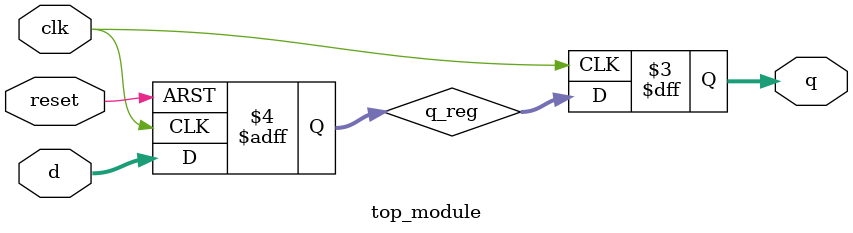
<source format=sv>
module top_module(
  input clk,
  input [7:0] d,
  input reset,
  output reg [7:0] q);
  
  reg [7:0] q_reg;
  always @ (negedge clk or posedge reset)
  begin
    if (reset)
      q_reg <= 8'b00110100;
    else
      q_reg <= d;
  end
  
  // Synchronize q_reg to q on positive edge of clk
  always @(posedge clk)
    q <= q_reg;
    
endmodule

</source>
